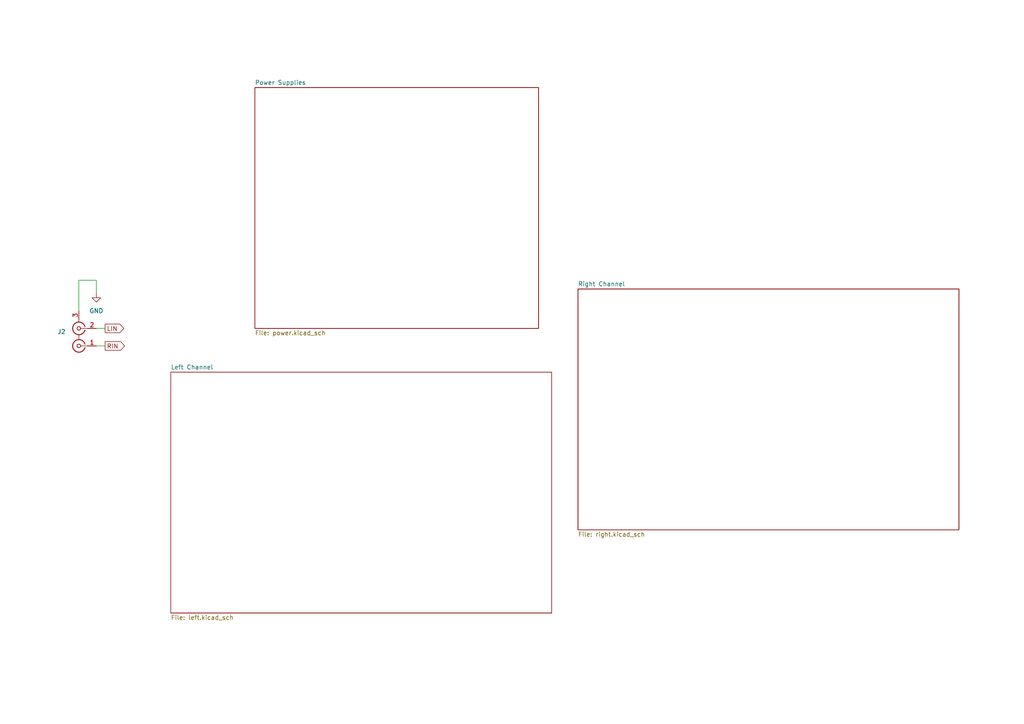
<source format=kicad_sch>
(kicad_sch (version 20230121) (generator eeschema)
  (paper "A4")
  (lib_symbols
    (symbol "Connector:Conn_Coaxial_x2" (pin_names (offset 1.016) hide)
      (property "Reference" "J" (at 0 5.715 0))
      (property "Value" "Conn_Coaxial_x2" (at 2.921 0 90))
      (symbol "Conn_Coaxial_x2_0_1"
        (arc (start -1.778 -3.048) (mid 0.2311 -4.3466) (end 1.778 -2.54) (stroke (width 0.254)))
        (arc (start -1.778 2.032) (mid 0.2311 0.7334) (end 1.778 2.54) (stroke (width 0.254)))
        (circle (center 0 -2.54) (radius 0.508) (stroke (width 0.2032)))
        (polyline (pts (xy -2.54 -2.54) (xy -0.508 -2.54)))
        (polyline (pts (xy -2.54 2.54) (xy -0.508 2.54)))
        (polyline (pts (xy 0 -5.08) (xy 0 -4.318)))
        (polyline (pts (xy 0 0.762) (xy 0 -0.635)))
        (circle (center 0 2.54) (radius 0.508) (stroke (width 0.2032)))
        (arc (start 1.778 -2.54) (mid 0.2099 -0.7299) (end -1.778 -2.032) (stroke (width 0.254)))
        (arc (start 1.778 2.54) (mid 0.2099 4.3501) (end -1.778 3.048) (stroke (width 0.254)))
      )
      (symbol "Conn_Coaxial_x2_1_1"
        (pin passive line (at -5.08 2.54 0) (length 2.54) (name "IN1") (number "1"))
        (pin passive line (at -5.08 -2.54 0) (length 2.54) (name "IN2") (number "2"))
        (pin passive line (at 0 -7.62 90) (length 2.54) (name "EXT") (number "3"))
      )
    )
    (symbol "power:GND" (power) (pin_names (offset 0))
      (property "Value" "GND" (at 0 -3.81 0))
      (symbol "GND_0_1"
        (polyline (pts (xy 0 0) (xy 0 -1.27) (xy 1.27 -1.27) (xy 0 -2.54) (xy -1.27 -1.27) (xy 0 -1.27)))
      )
      (symbol "GND_1_1"
        (pin power_in line (at 0 0 270) (length 0) hide (name "GND") (number "1"))
      )
    )
  )
  (wire (pts (xy 22.86 81.28) (xy 27.94 81.28)))
  (wire (pts (xy 27.94 100.33) (xy 30.48 100.33)))
  (wire (pts (xy 27.94 81.28) (xy 27.94 85.09)))
  (wire (pts (xy 27.94 95.25) (xy 30.48 95.25)))
  (wire (pts (xy 22.86 90.17) (xy 22.86 81.28)))
  (global_label "LIN" (shape output) (at 30.48 95.25 0) (property "Intersheetrefs" "${INTERSHEET_REFS}" (effects hide)))
  (global_label "RIN" (shape output) (at 30.48 100.33 0) (property "Intersheetrefs" "${INTERSHEET_REFS}" (effects hide)))
  (symbol (lib_id "Connector:Conn_Coaxial_x2") (at 22.86 97.79 180) (unit 1)
    (property "Reference" "J2" (at 19.05 96.2268 0) (effects (justify left)))
    (property "Value" "Conn_Coaxial_x2" (effects hide))
    (property "Footprint" "Connector_Audio:RCA_Stereo_Connector" (effects hide))
    (property "Datasheet" " ~" (effects hide))
  )
  (symbol (lib_id "power:GND") (at 27.94 85.09 0) (unit 1)
    (property "Reference" "#PWR056" (effects hide))
    (property "Value" "GND" (at 27.94 90.17 0))
  )
  (sheet (at 167.64 83.82) (size 110.49 69.85) (stroke (width 0.1524))
    (property "Sheetname" "Right Channel" (at 167.64 83.1084 0) (effects (justify left bottom)))
    (property "Sheetfile" "right.kicad_sch" (at 167.64 154.2546 0) (effects (justify left top)))
  )
  (sheet (at 49.53 107.95) (size 110.49 69.85) (stroke (width 0.1524))
    (property "Sheetname" "Left Channel" (at 49.53 107.2384 0) (effects (justify left bottom)))
    (property "Sheetfile" "left.kicad_sch" (at 49.53 178.3846 0) (effects (justify left top)))
  )
  (sheet (at 73.914 25.4) (size 82.296 69.85) (stroke (width 0.1524))
    (property "Sheetname" "Power Supplies" (at 73.914 24.6884 0) (effects (justify left bottom)))
    (property "Sheetfile" "power.kicad_sch" (at 73.914 95.8346 0) (effects (justify left top)))
  )
)
</source>
